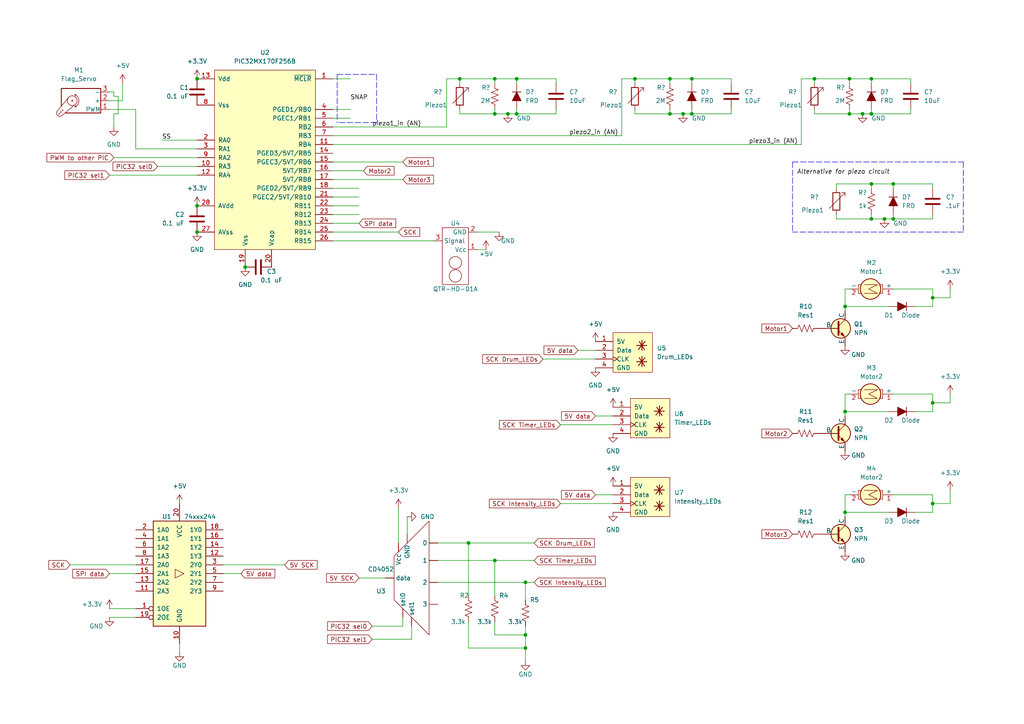
<source format=kicad_sch>
(kicad_sch (version 20211123) (generator eeschema)
  (paper "A4")
  (lib_symbols
    (symbol "ME218_BaseLib:74xxx244" (pin_names (offset 1.016))
      (property "Reference" "U" (at -7.62 16.51 0))
      (property "Value" "74xxx244" (at -7.62 -16.51 0))
      (symbol "74xxx244_1_0"
        (polyline (pts (xy 1.27 0) (xy -1.27 1.27) (xy -1.27 -1.27) (xy 1.27 0)) (stroke (width 0.1524)))
        (pin input inverted (at -12.7 -10.16 0) (length 5.08) (name "1OE") (number "1"))
        (pin power_in line (at 0 -20.32 90) (length 5.08) (name "GND") (number "10"))
        (pin input line (at -12.7 -5.08 0) (length 5.08) (name "2A3") (number "11"))
        (pin output line (at 12.7 5.08 180) (length 5.08) (name "1Y3") (number "12"))
        (pin input line (at -12.7 -2.54 0) (length 5.08) (name "2A2") (number "13"))
        (pin output line (at 12.7 7.62 180) (length 5.08) (name "1Y2") (number "14"))
        (pin input line (at -12.7 0 0) (length 5.08) (name "2A1") (number "15"))
        (pin output line (at 12.7 10.16 180) (length 5.08) (name "1Y1") (number "16"))
        (pin input line (at -12.7 2.54 0) (length 5.08) (name "2A0") (number "17"))
        (pin output line (at 12.7 12.7 180) (length 5.08) (name "1Y0") (number "18"))
        (pin input inverted (at -12.7 -12.7 0) (length 5.08) (name "2OE") (number "19"))
        (pin input line (at -12.7 12.7 0) (length 5.08) (name "1A0") (number "2"))
        (pin power_in line (at 0 20.32 270) (length 5.08) (name "VCC") (number "20"))
        (pin output line (at 12.7 2.54 180) (length 5.08) (name "2Y0") (number "3"))
        (pin input line (at -12.7 10.16 0) (length 5.08) (name "1A1") (number "4"))
        (pin output line (at 12.7 0 180) (length 5.08) (name "2Y1") (number "5"))
        (pin input line (at -12.7 7.62 0) (length 5.08) (name "1A2") (number "6"))
        (pin output line (at 12.7 -2.54 180) (length 5.08) (name "2Y2") (number "7"))
        (pin input line (at -12.7 5.08 0) (length 5.08) (name "1A3") (number "8"))
        (pin output line (at 12.7 -5.08 180) (length 5.08) (name "2Y3") (number "9"))
      )
      (symbol "74xxx244_1_1"
        (rectangle (start -7.62 15.24) (end 7.62 -15.24) (stroke (width 0.254)) (fill (type background)))
      )
    )
    (symbol "ME218_BaseLib:Cap" (pin_numbers hide) (pin_names (offset 0.254))
      (property "Reference" "C" (at 0.635 2.54 0))
      (property "Value" "Cap" (at 0.635 -2.54 0))
      (symbol "Cap_0_1"
        (polyline (pts (xy -2.032 -0.762) (xy 2.032 -0.762)) (stroke (width 0.508)))
        (polyline (pts (xy -2.032 0.762) (xy 2.032 0.762)) (stroke (width 0.508)))
      )
      (symbol "Cap_1_1"
        (pin passive line (at 0 3.81 270) (length 2.794) (name "~") (number "1"))
        (pin passive line (at 0 -3.81 90) (length 2.794) (name "~") (number "2"))
      )
    )
    (symbol "ME218_BaseLib:Diode" (pin_numbers hide) (pin_names (offset 1.016) hide)
      (property "Reference" "D" (at 0 2.54 0))
      (property "Value" "Diode" (at 0 -2.54 0))
      (symbol "Diode_0_1"
        (polyline (pts (xy -1.27 1.27) (xy -1.27 -1.27)) (stroke (width 0.2032)))
        (polyline (pts (xy 1.27 0) (xy -1.27 0)))
        (polyline (pts (xy 1.27 1.27) (xy 1.27 -1.27) (xy -1.27 0) (xy 1.27 1.27)) (stroke (width 0.2032)) (fill (type outline)))
      )
      (symbol "Diode_1_1"
        (pin passive line (at -3.81 0 0) (length 2.54) (name "K") (number "1"))
        (pin passive line (at 3.81 0 180) (length 2.54) (name "A") (number "2"))
      )
    )
    (symbol "ME218_BaseLib:Dot_Star" (pin_names (offset 1.016))
      (property "Reference" "U" (at 1.143 6.096 0))
      (property "Value" "Dot_Star" (at 0.762 -9.017 0))
      (symbol "Dot_Star_0_1"
        (rectangle (start -3.81 5.08) (end 7.62 -6.35) (fill (type background)))
        (polyline (pts (xy 3.048 1.397) (xy 5.969 1.397)) (stroke (width 0.254)))
        (polyline (pts (xy 3.556 0.254) (xy 5.461 2.54)) (stroke (width 0.254)))
        (polyline (pts (xy 3.81 2.54) (xy 5.334 0.127)) (stroke (width 0.254)))
        (polyline (pts (xy 4.572 2.921) (xy 4.572 0) (xy 4.572 0.127)) (stroke (width 0.254)))
      )
      (symbol "Dot_Star_1_1"
        (polyline (pts (xy 3.048 -3.302) (xy 5.969 -3.302)) (stroke (width 0.254)))
        (polyline (pts (xy 3.556 -4.445) (xy 5.461 -2.159)) (stroke (width 0.254)))
        (polyline (pts (xy 3.81 -2.159) (xy 5.334 -4.572)) (stroke (width 0.254)))
        (polyline (pts (xy 4.572 -1.778) (xy 4.572 -4.699) (xy 4.572 -4.572)) (stroke (width 0.254)))
        (pin power_in line (at -8.89 2.54 0) (length 5.08) (name "5V") (number "1"))
        (pin input line (at -8.89 0 0) (length 5.08) (name "Data") (number "2"))
        (pin input clock (at -8.89 -2.54 0) (length 5.08) (name "CLK") (number "3"))
        (pin power_in line (at -8.89 -5.08 0) (length 5.08) (name "GND") (number "4"))
      )
    )
    (symbol "ME218_BaseLib:Motor" (pin_names (offset 0))
      (property "Reference" "M" (at 2.54 2.54 0))
      (property "Value" "Motor" (at 2.54 -5.08 0))
      (symbol "Motor_0_0"
        (circle (center 0 -1.524) (radius 2.9718) (stroke (width 0.254)) (fill (type background)))
        (polyline (pts (xy -1.27 -4.318) (xy -1.27 -5.08) (xy 1.27 -5.08) (xy 1.27 -4.318)) (fill (type background)))
        (polyline (pts (xy -1.27 1.27) (xy -1.27 2.032) (xy 1.27 2.032) (xy 1.27 1.27)) (fill (type background)))
        (polyline (pts (xy -1.27 -3.302) (xy -1.27 0.508) (xy 0 -2.032) (xy 1.27 0.508) (xy 1.27 -3.302)))
      )
      (symbol "Motor_0_1"
        (polyline (pts (xy 0 2.032) (xy 0 2.54)))
      )
      (symbol "Motor_1_1"
        (pin passive line (at 0 5.08 270) (length 2.54) (name "+") (number "1"))
        (pin passive line (at 0 -7.62 90) (length 2.54) (name "-") (number "2"))
      )
    )
    (symbol "ME218_BaseLib:Motor_Servo" (pin_names (offset 0.0254))
      (property "Reference" "M" (at -5.08 4.445 0))
      (property "Value" "Motor_Servo" (at -5.08 -4.064 0))
      (symbol "Motor_Servo_0_1"
        (polyline (pts (xy 2.413 -1.778) (xy 2.032 -1.778)))
        (polyline (pts (xy 2.413 -1.778) (xy 2.286 -1.397)))
        (polyline (pts (xy 2.413 1.778) (xy 1.905 1.778)))
        (polyline (pts (xy 2.413 1.778) (xy 2.286 1.397)))
        (polyline (pts (xy 6.35 4.445) (xy 2.54 1.27)))
        (polyline (pts (xy 7.62 3.175) (xy 4.191 -1.016)))
        (polyline (pts (xy 5.08 3.556) (xy -5.08 3.556) (xy -5.08 -3.556) (xy 6.35 -3.556) (xy 6.35 1.524)) (stroke (width 0.254)))
        (arc (start 2.413 1.778) (mid 1.2406 0) (end 2.413 -1.778))
        (circle (center 3.175 0) (radius 0.1778))
        (circle (center 3.175 0) (radius 1.4224))
        (circle (center 5.969 2.794) (radius 0.127))
        (circle (center 6.477 3.302) (radius 0.127))
        (circle (center 6.985 3.81) (radius 0.127))
        (arc (start 7.62 3.175) (mid 7.4485 4.2735) (end 6.35 4.445))
      )
      (symbol "Motor_Servo_1_1"
        (pin passive line (at -7.62 2.54 0) (length 2.54) (name "PWM") (number "1"))
        (pin passive line (at -7.62 0 0) (length 2.54) (name "+") (number "2"))
        (pin passive line (at -7.62 -2.54 0) (length 2.54) (name "-") (number "3"))
      )
    )
    (symbol "ME218_BaseLib:NPN" (pin_numbers hide) (pin_names (offset 0))
      (property "Reference" "Q" (at 5.08 1.27 0))
      (property "Value" "NPN" (at 5.08 -1.27 0))
      (symbol "NPN_0_1"
        (polyline (pts (xy 0.635 0.635) (xy 2.54 2.54)))
        (polyline (pts (xy 0.635 -0.635) (xy 2.54 -2.54) (xy 2.54 -2.54)))
        (polyline (pts (xy 0.635 1.905) (xy 0.635 -1.905) (xy 0.635 -1.905)) (stroke (width 0.508)))
        (polyline (pts (xy 1.27 -1.778) (xy 1.778 -1.27) (xy 2.286 -2.286) (xy 1.27 -1.778) (xy 1.27 -1.778)) (fill (type outline)))
        (circle (center 1.27 0) (radius 2.8194) (stroke (width 0.254)) (fill (type background)))
      )
      (symbol "NPN_1_1"
        (pin input line (at -5.08 0 0) (length 5.715) (name "B") (number "1"))
        (pin passive line (at 2.54 5.08 270) (length 2.54) (name "C") (number "2"))
        (pin passive line (at 2.54 -5.08 90) (length 2.54) (name "E") (number "3"))
      )
    )
    (symbol "ME218_BaseLib:PIC32MX170F256B" (pin_names (offset 1.016))
      (property "Reference" "U" (at -20.32 25.4 0))
      (property "Value" "PIC32MX170F256B" (at -7.62 25.4 0))
      (symbol "PIC32MX170F256B_0_1"
        (rectangle (start -21.59 24.13) (end 7.62 -27.94) (fill (type background)))
      )
      (symbol "PIC32MX170F256B_1_1"
        (pin input line (at 12.7 21.59 180) (length 5.08) (name "~{MCLR}") (number "1"))
        (pin bidirectional line (at -26.67 -3.81 0) (length 5.08) (name "RA3") (number "10"))
        (pin bidirectional line (at 12.7 2.54 180) (length 5.08) (name "RB4") (number "11"))
        (pin bidirectional line (at -26.67 -6.35 0) (length 5.08) (name "RA4") (number "12"))
        (pin power_in line (at -26.67 21.59 0) (length 5.08) (name "Vdd") (number "13"))
        (pin bidirectional line (at 12.7 0 180) (length 5.08) (name "PGED3/5VT/RB5") (number "14"))
        (pin bidirectional line (at 12.7 -2.54 180) (length 5.08) (name "PGEC3/5VT/RB6") (number "15"))
        (pin bidirectional line (at 12.7 -5.08 180) (length 5.08) (name "5VT/RB7") (number "16"))
        (pin bidirectional line (at 12.7 -7.62 180) (length 5.08) (name "5VT/RB8") (number "17"))
        (pin bidirectional line (at 12.7 -10.16 180) (length 5.08) (name "PGED2/5VT/RB9") (number "18"))
        (pin power_in line (at -12.7 -33.02 90) (length 5.08) (name "Vss") (number "19"))
        (pin bidirectional line (at -26.67 3.81 0) (length 5.08) (name "RA0") (number "2"))
        (pin input line (at -5.08 -33.02 90) (length 5.08) (name "Vcap") (number "20"))
        (pin bidirectional line (at 12.7 -12.7 180) (length 5.08) (name "PGEC2/5VT/RB10") (number "21"))
        (pin bidirectional line (at 12.7 -15.24 180) (length 5.08) (name "RB11") (number "22"))
        (pin bidirectional line (at 12.7 -17.78 180) (length 5.08) (name "RB12") (number "23"))
        (pin bidirectional line (at 12.7 -20.32 180) (length 5.08) (name "RB13") (number "24"))
        (pin bidirectional line (at 12.7 -22.86 180) (length 5.08) (name "RB14") (number "25"))
        (pin bidirectional line (at 12.7 -25.4 180) (length 5.08) (name "RB15") (number "26"))
        (pin power_in line (at -26.67 -22.86 0) (length 5.08) (name "AVss") (number "27"))
        (pin power_in line (at -26.67 -15.24 0) (length 5.08) (name "AVdd") (number "28"))
        (pin bidirectional line (at -26.67 1.27 0) (length 5.08) (name "RA1") (number "3"))
        (pin bidirectional line (at 12.7 12.7 180) (length 5.08) (name "PGED1/RB0") (number "4"))
        (pin bidirectional line (at 12.7 10.16 180) (length 5.08) (name "PGEC1/RB1") (number "5"))
        (pin bidirectional line (at 12.7 7.62 180) (length 5.08) (name "RB2") (number "6"))
        (pin bidirectional line (at 12.7 5.08 180) (length 5.08) (name "RB3") (number "7"))
        (pin power_in line (at -26.67 13.97 0) (length 5.08) (name "Vss") (number "8"))
        (pin bidirectional line (at -26.67 -1.27 0) (length 5.08) (name "RA2") (number "9"))
      )
    )
    (symbol "ME218_BaseLib:Res1" (pin_numbers hide) (pin_names (offset 0))
      (property "Reference" "R" (at 2.54 0 90))
      (property "Value" "Res1" (at -2.54 0 90))
      (symbol "Res1_0_1"
        (polyline (pts (xy 0 -2.286) (xy 0 -2.54)))
        (polyline (pts (xy 0 2.286) (xy 0 2.54)))
        (polyline (pts (xy 0 -0.762) (xy 1.016 -1.143) (xy 0 -1.524) (xy -1.016 -1.905) (xy 0 -2.286)))
        (polyline (pts (xy 0 0.762) (xy 1.016 0.381) (xy 0 0) (xy -1.016 -0.381) (xy 0 -0.762)))
        (polyline (pts (xy 0 2.286) (xy 1.016 1.905) (xy 0 1.524) (xy -1.016 1.143) (xy 0 0.762)))
      )
      (symbol "Res1_1_1"
        (pin passive line (at 0 3.81 270) (length 1.27) (name "~") (number "1"))
        (pin passive line (at 0 -3.81 90) (length 1.27) (name "~") (number "2"))
      )
    )
    (symbol "ME218_BaseLib:Res_Adj2" (pin_numbers hide) (pin_names (offset 0))
      (property "Reference" "R" (at 2.54 -2.54 90))
      (property "Value" "Res_Adj2" (at -2.54 -1.27 90))
      (symbol "Res_Adj2_0_1"
        (rectangle (start -1.016 -2.54) (end 1.016 2.54) (stroke (width 0.254)))
        (polyline (pts (xy 2.54 1.524) (xy 2.54 2.54) (xy 1.524 2.54) (xy 2.54 2.54) (xy -2.032 -2.032)))
      )
      (symbol "Res_Adj2_1_1"
        (pin passive line (at 0 3.81 270) (length 1.27) (name "~") (number "1"))
        (pin passive line (at 0 -3.81 90) (length 1.27) (name "~") (number "2"))
      )
    )
    (symbol "Project_Lib:4-1_MUX"
      (property "Reference" "U?" (at 6.35 -15.24 0))
      (property "Value" "CD4052" (at 8.89 -11.43 0))
      (symbol "4-1_MUX_0_1"
        (polyline (pts (xy -6.35 6.35) (xy -6.35 -6.35) (xy 3.81 -16.51) (xy 3.81 16.51) (xy -6.35 6.35) (xy -6.35 3.81) (xy -6.35 -3.81)))
      )
      (symbol "4-1_MUX_1_1"
        (pin output line (at 6.35 10.16 180) (length 2.54) (name "0") (number ""))
        (pin output line (at 6.35 5.08 180) (length 2.54) (name "1") (number ""))
        (pin output line (at 6.35 -1.27 180) (length 2.54) (name "2") (number ""))
        (pin output line (at 6.35 -7.62 180) (length 2.54) (name "3") (number ""))
        (pin input line (at -2.54 12.7 270) (length 2.54) (name "GND") (number ""))
        (pin input line (at -5.08 10.16 270) (length 2.54) (name "Vcc") (number ""))
        (pin input line (at -8.89 0 0) (length 2.54) (name "data") (number ""))
        (pin input line (at -3.81 -11.43 90) (length 2.54) (name "sel0") (number ""))
        (pin input line (at -1.27 -13.97 90) (length 2.54) (name "sel1") (number ""))
      )
    )
    (symbol "Project_Lib:QTR-HD-01A"
      (property "Reference" "U?" (at -17.78 26.67 0))
      (property "Value" "QTR-HD-01A" (at -17.78 7.62 0))
      (symbol "QTR-HD-01A_0_1"
        (rectangle (start -3.81 8.89) (end 3.81 -7.62))
        (circle (center 0 2.54) (radius 1.7961))
        (circle (center 0 6.35) (radius 1.7961))
      )
      (symbol "QTR-HD-01A_1_1"
        (pin input line (at -6.35 -1.27 0) (length 2.54) (name "Vcc") (number "1"))
        (pin input line (at -6.35 -6.35 0) (length 2.54) (name "GND") (number "2"))
        (pin output line (at 6.35 -3.81 180) (length 2.54) (name "Signal") (number "3"))
      )
    )
    (symbol "power:+3.3V" (power) (pin_names (offset 0))
      (property "Value" "+3.3V" (at 0 3.556 0))
      (symbol "+3.3V_0_1"
        (polyline (pts (xy -0.762 1.27) (xy 0 2.54)))
        (polyline (pts (xy 0 0) (xy 0 2.54)))
        (polyline (pts (xy 0 2.54) (xy 0.762 1.27)))
      )
      (symbol "+3.3V_1_1"
        (pin power_in line (at 0 0 90) (length 0) hide (name "+3.3V") (number "1"))
      )
    )
    (symbol "power:+5V" (power) (pin_names (offset 0))
      (property "Value" "+5V" (at 0 3.556 0))
      (symbol "+5V_0_1"
        (polyline (pts (xy -0.762 1.27) (xy 0 2.54)))
        (polyline (pts (xy 0 0) (xy 0 2.54)))
        (polyline (pts (xy 0 2.54) (xy 0.762 1.27)))
      )
      (symbol "+5V_1_1"
        (pin power_in line (at 0 0 90) (length 0) hide (name "+5V") (number "1"))
      )
    )
    (symbol "power:GND" (power) (pin_names (offset 0))
      (property "Value" "GND" (at 0 -3.81 0))
      (symbol "GND_0_1"
        (polyline (pts (xy 0 0) (xy 0 -1.27) (xy 1.27 -1.27) (xy 0 -2.54) (xy -1.27 -1.27) (xy 0 -1.27)))
      )
      (symbol "GND_1_1"
        (pin power_in line (at 0 0 270) (length 0) hide (name "GND") (number "1"))
      )
    )
  )
  (junction (at 198.12 33.02))
  (junction (at 57.15 22.86))
  (junction (at 184.15 22.86))
  (junction (at 149.86 33.02))
  (junction (at 71.12 77.47))
  (junction (at 245.11 119.38))
  (junction (at 149.86 22.86))
  (junction (at 152.4 184.15))
  (junction (at 194.31 22.86))
  (junction (at 246.38 22.86))
  (junction (at 135.89 157.48))
  (junction (at 270.51 86.36))
  (junction (at 270.51 116.84))
  (junction (at 57.15 59.69))
  (junction (at 236.22 22.86))
  (junction (at 200.66 22.86))
  (junction (at 143.51 22.86))
  (junction (at 152.4 168.91))
  (junction (at 133.35 22.86))
  (junction (at 143.51 33.02))
  (junction (at 252.73 53.34))
  (junction (at 147.32 33.02))
  (junction (at 143.51 162.56))
  (junction (at 270.51 146.05))
  (junction (at 259.08 53.34))
  (junction (at 252.73 63.5))
  (junction (at 252.73 22.86))
  (junction (at 57.15 67.31))
  (junction (at 250.19 33.02))
  (junction (at 194.31 33.02))
  (junction (at 256.54 63.5))
  (junction (at 245.11 88.9))
  (junction (at 259.08 63.5))
  (junction (at 152.4 187.96))
  (junction (at 245.11 148.59))
  (junction (at 246.38 33.02))
  (junction (at 252.73 33.02))
  (junction (at 200.66 33.02))
  (wire (pts (xy 232.41 22.86) (xy 236.22 22.86)))
  (polyline (pts (xy 97.79 21.59) (xy 97.79 35.56)))
  (polyline (pts (xy 97.79 21.59) (xy 109.22 21.59)))
  (wire (pts (xy 270.51 146.05) (xy 275.59 146.05)))
  (wire (pts (xy 33.02 27.94) (xy 34.29 27.94)))
  (wire (pts (xy 96.52 52.07) (xy 116.84 52.07)))
  (wire (pts (xy 96.52 49.53) (xy 105.41 49.53)))
  (wire (pts (xy 270.51 116.84) (xy 275.59 116.84)))
  (wire (pts (xy 116.84 179.07) (xy 116.84 181.61)))
  (wire (pts (xy 270.51 114.3) (xy 270.51 116.84)))
  (wire (pts (xy 162.56 146.05) (xy 177.8 146.05)))
  (wire (pts (xy 242.57 53.34) (xy 242.57 54.61)))
  (wire (pts (xy 264.16 31.75) (xy 264.16 33.02)))
  (polyline (pts (xy 279.4 46.99) (xy 279.4 67.31)))
  (wire (pts (xy 149.86 24.13) (xy 149.86 22.86)))
  (wire (pts (xy 31.75 176.53) (xy 39.37 176.53)))
  (wire (pts (xy 143.51 162.56) (xy 154.94 162.56)))
  (wire (pts (xy 34.29 27.94) (xy 34.29 33.02)))
  (wire (pts (xy 194.31 24.13) (xy 194.31 22.86)))
  (wire (pts (xy 270.51 54.61) (xy 270.51 53.34)))
  (wire (pts (xy 45.72 48.26) (xy 57.15 48.26)))
  (wire (pts (xy 257.81 148.59) (xy 245.11 148.59)))
  (wire (pts (xy 35.56 29.21) (xy 35.56 24.13)))
  (wire (pts (xy 259.08 114.3) (xy 270.51 114.3)))
  (wire (pts (xy 270.51 116.84) (xy 270.51 119.38)))
  (wire (pts (xy 270.51 86.36) (xy 275.59 86.36)))
  (wire (pts (xy 236.22 31.75) (xy 236.22 33.02)))
  (wire (pts (xy 200.66 31.75) (xy 200.66 33.02)))
  (wire (pts (xy 52.07 186.69) (xy 52.07 189.23)))
  (wire (pts (xy 152.4 187.96) (xy 152.4 191.77)))
  (wire (pts (xy 245.11 88.9) (xy 245.11 90.17)))
  (wire (pts (xy 96.52 22.86) (xy 101.6 22.86)))
  (polyline (pts (xy 229.87 46.99) (xy 279.4 46.99)))
  (wire (pts (xy 96.52 46.99) (xy 116.84 46.99)))
  (wire (pts (xy 161.29 24.13) (xy 161.29 22.86)))
  (wire (pts (xy 180.34 22.86) (xy 180.34 39.37)))
  (wire (pts (xy 96.52 67.31) (xy 115.57 67.31)))
  (wire (pts (xy 96.52 69.85) (xy 125.73 69.85)))
  (wire (pts (xy 157.48 104.14) (xy 172.72 104.14)))
  (wire (pts (xy 104.14 167.64) (xy 111.76 167.64)))
  (wire (pts (xy 135.89 157.48) (xy 154.94 157.48)))
  (wire (pts (xy 143.51 31.75) (xy 143.51 33.02)))
  (wire (pts (xy 64.77 163.83) (xy 82.55 163.83)))
  (wire (pts (xy 129.54 22.86) (xy 133.35 22.86)))
  (wire (pts (xy 135.89 187.96) (xy 152.4 187.96)))
  (wire (pts (xy 236.22 22.86) (xy 236.22 24.13)))
  (wire (pts (xy 270.51 83.82) (xy 270.51 86.36)))
  (wire (pts (xy 39.37 31.75) (xy 39.37 43.18)))
  (wire (pts (xy 242.57 62.23) (xy 242.57 63.5)))
  (wire (pts (xy 245.11 143.51) (xy 245.11 148.59)))
  (wire (pts (xy 152.4 181.61) (xy 152.4 184.15)))
  (wire (pts (xy 31.75 179.07) (xy 39.37 179.07)))
  (polyline (pts (xy 229.87 46.99) (xy 229.87 67.31)))
  (wire (pts (xy 245.11 119.38) (xy 245.11 120.65)))
  (wire (pts (xy 257.81 119.38) (xy 245.11 119.38)))
  (wire (pts (xy 143.51 22.86) (xy 133.35 22.86)))
  (wire (pts (xy 194.31 22.86) (xy 184.15 22.86)))
  (wire (pts (xy 34.29 33.02) (xy 33.02 33.02)))
  (wire (pts (xy 31.75 29.21) (xy 35.56 29.21)))
  (wire (pts (xy 275.59 86.36) (xy 275.59 83.82)))
  (wire (pts (xy 161.29 22.86) (xy 149.86 22.86)))
  (wire (pts (xy 96.52 34.29) (xy 101.6 34.29)))
  (wire (pts (xy 270.51 53.34) (xy 259.08 53.34)))
  (wire (pts (xy 232.41 22.86) (xy 232.41 41.91)))
  (wire (pts (xy 167.64 101.6) (xy 172.72 101.6)))
  (wire (pts (xy 31.75 26.67) (xy 33.02 26.67)))
  (wire (pts (xy 138.43 67.31) (xy 144.78 67.31)))
  (wire (pts (xy 133.35 31.75) (xy 133.35 33.02)))
  (wire (pts (xy 270.51 143.51) (xy 270.51 146.05)))
  (wire (pts (xy 143.51 22.86) (xy 149.86 22.86)))
  (wire (pts (xy 31.75 166.37) (xy 39.37 166.37)))
  (wire (pts (xy 212.09 22.86) (xy 200.66 22.86)))
  (wire (pts (xy 162.56 123.19) (xy 177.8 123.19)))
  (wire (pts (xy 259.08 143.51) (xy 270.51 143.51)))
  (wire (pts (xy 127 162.56) (xy 143.51 162.56)))
  (wire (pts (xy 252.73 63.5) (xy 242.57 63.5)))
  (wire (pts (xy 115.57 147.32) (xy 115.57 157.48)))
  (wire (pts (xy 33.02 26.67) (xy 33.02 27.94)))
  (wire (pts (xy 161.29 31.75) (xy 161.29 33.02)))
  (wire (pts (xy 33.02 45.72) (xy 57.15 45.72)))
  (wire (pts (xy 184.15 31.75) (xy 184.15 33.02)))
  (wire (pts (xy 212.09 31.75) (xy 212.09 33.02)))
  (wire (pts (xy 96.52 41.91) (xy 232.41 41.91)))
  (wire (pts (xy 246.38 24.13) (xy 246.38 22.86)))
  (wire (pts (xy 135.89 157.48) (xy 135.89 172.72)))
  (wire (pts (xy 246.38 22.86) (xy 252.73 22.86)))
  (wire (pts (xy 143.51 180.34) (xy 143.51 184.15)))
  (wire (pts (xy 143.51 33.02) (xy 133.35 33.02)))
  (wire (pts (xy 96.52 64.77) (xy 104.14 64.77)))
  (wire (pts (xy 33.02 33.02) (xy 33.02 36.83)))
  (wire (pts (xy 246.38 31.75) (xy 246.38 33.02)))
  (wire (pts (xy 250.19 33.02) (xy 252.73 33.02)))
  (wire (pts (xy 39.37 43.18) (xy 57.15 43.18)))
  (wire (pts (xy 252.73 24.13) (xy 252.73 22.86)))
  (wire (pts (xy 194.31 31.75) (xy 194.31 33.02)))
  (wire (pts (xy 246.38 83.82) (xy 245.11 83.82)))
  (wire (pts (xy 245.11 148.59) (xy 245.11 149.86)))
  (wire (pts (xy 64.77 166.37) (xy 69.85 166.37)))
  (wire (pts (xy 194.31 22.86) (xy 200.66 22.86)))
  (polyline (pts (xy 109.22 21.59) (xy 109.22 35.56)))
  (wire (pts (xy 200.66 24.13) (xy 200.66 22.86)))
  (wire (pts (xy 138.43 72.39) (xy 140.97 72.39)))
  (wire (pts (xy 252.73 54.61) (xy 252.73 53.34)))
  (wire (pts (xy 194.31 33.02) (xy 184.15 33.02)))
  (wire (pts (xy 259.08 83.82) (xy 270.51 83.82)))
  (wire (pts (xy 180.34 22.86) (xy 184.15 22.86)))
  (polyline (pts (xy 279.4 67.31) (xy 229.87 67.31)))
  (wire (pts (xy 275.59 142.24) (xy 275.59 146.05)))
  (wire (pts (xy 252.73 33.02) (xy 264.16 33.02)))
  (wire (pts (xy 127 157.48) (xy 135.89 157.48)))
  (wire (pts (xy 96.52 54.61) (xy 104.14 54.61)))
  (wire (pts (xy 96.52 39.37) (xy 180.34 39.37)))
  (wire (pts (xy 246.38 143.51) (xy 245.11 143.51)))
  (wire (pts (xy 31.75 50.8) (xy 57.15 50.8)))
  (wire (pts (xy 275.59 116.84) (xy 275.59 114.3)))
  (wire (pts (xy 270.51 88.9) (xy 265.43 88.9)))
  (wire (pts (xy 96.52 36.83) (xy 129.54 36.83)))
  (wire (pts (xy 194.31 33.02) (xy 198.12 33.02)))
  (wire (pts (xy 46.99 40.64) (xy 57.15 40.64)))
  (wire (pts (xy 252.73 53.34) (xy 242.57 53.34)))
  (wire (pts (xy 270.51 146.05) (xy 270.51 148.59)))
  (wire (pts (xy 270.51 119.38) (xy 265.43 119.38)))
  (wire (pts (xy 212.09 24.13) (xy 212.09 22.86)))
  (wire (pts (xy 259.08 62.23) (xy 259.08 63.5)))
  (wire (pts (xy 149.86 31.75) (xy 149.86 33.02)))
  (wire (pts (xy 96.52 57.15) (xy 104.14 57.15)))
  (wire (pts (xy 96.52 62.23) (xy 104.14 62.23)))
  (wire (pts (xy 172.72 143.51) (xy 177.8 143.51)))
  (wire (pts (xy 129.54 36.83) (xy 129.54 22.86)))
  (wire (pts (xy 135.89 180.34) (xy 135.89 187.96)))
  (wire (pts (xy 118.11 149.86) (xy 118.11 154.94)))
  (wire (pts (xy 270.51 86.36) (xy 270.51 88.9)))
  (wire (pts (xy 127 168.91) (xy 152.4 168.91)))
  (wire (pts (xy 20.32 163.83) (xy 39.37 163.83)))
  (wire (pts (xy 149.86 33.02) (xy 161.29 33.02)))
  (wire (pts (xy 152.4 184.15) (xy 152.4 187.96)))
  (wire (pts (xy 119.38 181.61) (xy 119.38 185.42)))
  (wire (pts (xy 259.08 54.61) (xy 259.08 53.34)))
  (wire (pts (xy 172.72 120.65) (xy 177.8 120.65)))
  (wire (pts (xy 133.35 22.86) (xy 133.35 24.13)))
  (wire (pts (xy 198.12 33.02) (xy 200.66 33.02)))
  (wire (pts (xy 264.16 22.86) (xy 252.73 22.86)))
  (wire (pts (xy 143.51 184.15) (xy 152.4 184.15)))
  (wire (pts (xy 147.32 33.02) (xy 149.86 33.02)))
  (wire (pts (xy 270.51 148.59) (xy 265.43 148.59)))
  (wire (pts (xy 259.08 63.5) (xy 270.51 63.5)))
  (wire (pts (xy 257.81 88.9) (xy 245.11 88.9)))
  (wire (pts (xy 184.15 22.86) (xy 184.15 24.13)))
  (wire (pts (xy 246.38 33.02) (xy 250.19 33.02)))
  (wire (pts (xy 96.52 59.69) (xy 104.14 59.69)))
  (wire (pts (xy 245.11 114.3) (xy 245.11 119.38)))
  (wire (pts (xy 143.51 33.02) (xy 147.32 33.02)))
  (wire (pts (xy 143.51 24.13) (xy 143.51 22.86)))
  (wire (pts (xy 200.66 33.02) (xy 212.09 33.02)))
  (wire (pts (xy 152.4 168.91) (xy 152.4 173.99)))
  (wire (pts (xy 270.51 62.23) (xy 270.51 63.5)))
  (wire (pts (xy 256.54 63.5) (xy 259.08 63.5)))
  (polyline (pts (xy 109.22 35.56) (xy 97.79 35.56)))
  (wire (pts (xy 143.51 162.56) (xy 143.51 172.72)))
  (wire (pts (xy 246.38 114.3) (xy 245.11 114.3)))
  (wire (pts (xy 116.84 181.61) (xy 107.95 181.61)))
  (wire (pts (xy 252.73 62.23) (xy 252.73 63.5)))
  (wire (pts (xy 152.4 168.91) (xy 154.94 168.91)))
  (wire (pts (xy 245.11 83.82) (xy 245.11 88.9)))
  (wire (pts (xy 264.16 24.13) (xy 264.16 22.86)))
  (wire (pts (xy 96.52 31.75) (xy 101.6 31.75)))
  (wire (pts (xy 252.73 63.5) (xy 256.54 63.5)))
  (wire (pts (xy 119.38 185.42) (xy 107.95 185.42)))
  (wire (pts (xy 252.73 31.75) (xy 252.73 33.02)))
  (wire (pts (xy 246.38 22.86) (xy 236.22 22.86)))
  (wire (pts (xy 31.75 31.75) (xy 39.37 31.75)))
  (wire (pts (xy 246.38 33.02) (xy 236.22 33.02)))
  (wire (pts (xy 252.73 53.34) (xy 259.08 53.34)))
  (label "SNAP" (at 101.6 29.21 0))
  (label "piezo3_in (AN)" (at 217.17 41.91 0))
  (label "piezo2_in (AN)" (at 165.1 39.37 0))
  (label "SS" (at 46.99 40.64 0))
  (label "Alternative for piezo circuit" (at 231.14 50.8 0) (effects (font italic)))
  (label "piezo1_in (AN)" (at 107.95 36.83 0))
  (global_label "Motor3" (shape input) (at 229.87 154.94 180) (property "Intersheet References" "${INTERSHEET_REFS}" (effects hide)))
  (global_label "PWM to other PIC" (shape input) (at 33.02 45.72 180) (property "Intersheet References" "${INTERSHEET_REFS}" (effects hide)))
  (global_label "Motor1" (shape input) (at 229.87 95.25 180) (property "Intersheet References" "${INTERSHEET_REFS}" (effects hide)))
  (global_label "Motor3" (shape input) (at 116.84 52.07 0) (property "Intersheet References" "${INTERSHEET_REFS}" (effects hide)))
  (global_label "Motor2" (shape input) (at 229.87 125.73 180) (property "Intersheet References" "${INTERSHEET_REFS}" (effects hide)))
  (global_label "5V data" (shape input) (at 172.72 143.51 180) (property "Intersheet References" "${INTERSHEET_REFS}" (effects hide)))
  (global_label "PIC32 sel0" (shape input) (at 45.72 48.26 180) (property "Intersheet References" "${INTERSHEET_REFS}" (effects hide)))
  (global_label "5V data" (shape input) (at 167.64 101.6 180) (property "Intersheet References" "${INTERSHEET_REFS}" (effects hide)))
  (global_label "5V SCK" (shape input) (at 82.55 163.83 0) (property "Intersheet References" "${INTERSHEET_REFS}" (effects hide)))
  (global_label "5V SCK" (shape input) (at 104.14 167.64 180) (property "Intersheet References" "${INTERSHEET_REFS}" (effects hide)))
  (global_label "SCK Drum_LEDs" (shape input) (at 154.94 157.48 0) (property "Intersheet References" "${INTERSHEET_REFS}" (effects hide)))
  (global_label "5V data" (shape input) (at 172.72 120.65 180) (property "Intersheet References" "${INTERSHEET_REFS}" (effects hide)))
  (global_label "SPI data" (shape input) (at 31.75 166.37 180) (property "Intersheet References" "${INTERSHEET_REFS}" (effects hide)))
  (global_label "SCK Intensity_LEDs" (shape input) (at 162.56 146.05 180) (property "Intersheet References" "${INTERSHEET_REFS}" (effects hide)))
  (global_label "SCK Timer_LEDs" (shape input) (at 162.56 123.19 180) (property "Intersheet References" "${INTERSHEET_REFS}" (effects hide)))
  (global_label "PIC32 sel0" (shape input) (at 107.95 181.61 180) (property "Intersheet References" "${INTERSHEET_REFS}" (effects hide)))
  (global_label "SCK" (shape input) (at 115.57 67.31 0) (property "Intersheet References" "${INTERSHEET_REFS}" (effects hide)))
  (global_label "PIC32 sel1" (shape input) (at 31.75 50.8 180) (property "Intersheet References" "${INTERSHEET_REFS}" (effects hide)))
  (global_label "5V data" (shape input) (at 69.85 166.37 0) (property "Intersheet References" "${INTERSHEET_REFS}" (effects hide)))
  (global_label "Motor1" (shape input) (at 116.84 46.99 0) (property "Intersheet References" "${INTERSHEET_REFS}" (effects hide)))
  (global_label "SCK Drum_LEDs" (shape input) (at 157.48 104.14 180) (property "Intersheet References" "${INTERSHEET_REFS}" (effects hide)))
  (global_label "SCK Intensity_LEDs" (shape input) (at 154.94 168.91 0) (property "Intersheet References" "${INTERSHEET_REFS}" (effects hide)))
  (global_label "Motor2" (shape input) (at 105.41 49.53 0) (property "Intersheet References" "${INTERSHEET_REFS}" (effects hide)))
  (global_label "SCK" (shape input) (at 20.32 163.83 180) (property "Intersheet References" "${INTERSHEET_REFS}" (effects hide)))
  (global_label "SPI data" (shape input) (at 104.14 64.77 0) (property "Intersheet References" "${INTERSHEET_REFS}" (effects hide)))
  (global_label "SCK Timer_LEDs" (shape input) (at 154.94 162.56 0) (property "Intersheet References" "${INTERSHEET_REFS}" (effects hide)))
  (global_label "PIC32 sel1" (shape input) (at 107.95 185.42 180) (property "Intersheet References" "${INTERSHEET_REFS}" (effects hide)))
  (symbol (lib_id "ME218_BaseLib:Res_Adj2") (at 242.57 58.42 0) (unit 1)
    (property "Reference" "R?" (at 234.95 57.15 0) (effects (justify left)))
    (property "Value" "Piezo1" (at 232.41 60.96 0) (effects (justify left)))
  )
  (symbol (lib_id "ME218_BaseLib:Cap") (at 270.51 58.42 0) (unit 1)
    (property "Reference" "C?" (at 274.32 57.1499 0) (effects (justify left)))
    (property "Value" ".1uF" (at 274.32 59.6899 0) (effects (justify left)))
  )
  (symbol (lib_id "ME218_BaseLib:Res1") (at 135.89 176.53 0) (unit 1)
    (property "Reference" "R2" (at 133.35 172.72 0) (effects (justify left)))
    (property "Value" "3.3k" (at 130.81 180.34 0) (effects (justify left)))
  )
  (symbol (lib_id "ME218_BaseLib:Diode") (at 261.62 148.59 180) (unit 1)
    (property "Reference" "D3" (at 257.81 151.13 0))
    (property "Value" "Diode" (at 264.16 151.13 0))
  )
  (symbol (lib_id "ME218_BaseLib:Res_Adj2") (at 133.35 27.94 0) (unit 1)
    (property "Reference" "R?" (at 125.73 26.67 0) (effects (justify left)))
    (property "Value" "Piezo1" (at 123.19 30.48 0) (effects (justify left)))
  )
  (symbol (lib_id "power:GND") (at 31.75 179.07 0) (unit 1)
    (property "Reference" "#PWR02" (effects hide))
    (property "Value" "GND" (at 27.94 181.61 0))
  )
  (symbol (lib_id "ME218_BaseLib:Cap") (at 161.29 27.94 0) (unit 1)
    (property "Reference" "C?" (at 165.1 26.6699 0) (effects (justify left)))
    (property "Value" "10uF" (at 165.1 29.2099 0) (effects (justify left)))
  )
  (symbol (lib_id "ME218_BaseLib:Diode") (at 259.08 58.42 270) (unit 1)
    (property "Reference" "D?" (at 261.62 57.1499 90) (effects (justify left)))
    (property "Value" "FRD" (at 261.62 59.6899 90) (effects (justify left)))
  )
  (symbol (lib_id "ME218_BaseLib:Diode") (at 149.86 27.94 270) (unit 1)
    (property "Reference" "D?" (at 152.4 26.6699 90) (effects (justify left)))
    (property "Value" "FRD" (at 152.4 29.2099 90) (effects (justify left)))
  )
  (symbol (lib_id "ME218_BaseLib:Diode") (at 200.66 27.94 270) (unit 1)
    (property "Reference" "D?" (at 203.2 26.6699 90) (effects (justify left)))
    (property "Value" "FRD" (at 203.2 29.2099 90) (effects (justify left)))
  )
  (symbol (lib_id "ME218_BaseLib:Dot_Star") (at 181.61 101.6 0) (unit 1)
    (property "Reference" "U5" (at 190.5 100.9649 0) (effects (justify left)))
    (property "Value" "Drum_LEDs" (at 190.5 103.5049 0) (effects (justify left)))
  )
  (symbol (lib_id "power:+5V") (at 177.8 118.11 0) (unit 1)
    (property "Reference" "#PWR019" (effects hide))
    (property "Value" "+5V" (at 177.8 113.03 0))
  )
  (symbol (lib_id "ME218_BaseLib:Motor") (at 254 83.82 270) (unit 1)
    (property "Reference" "M2" (at 252.73 76.2 90))
    (property "Value" "Motor1" (at 252.73 78.74 90))
  )
  (symbol (lib_id "power:+5V") (at 177.8 140.97 0) (unit 1)
    (property "Reference" "#PWR021" (effects hide))
    (property "Value" "+5V" (at 177.8 135.89 0))
  )
  (symbol (lib_id "power:GND") (at 152.4 191.77 0) (unit 1)
    (property "Reference" "#PWR014" (effects hide))
    (property "Value" "GND" (at 152.4 195.58 0))
  )
  (symbol (lib_id "ME218_BaseLib:Cap") (at 74.93 77.47 90) (unit 1)
    (property "Reference" "C3" (at 78.74 78.74 90))
    (property "Value" "0.1 uF" (at 78.74 81.28 90))
  )
  (symbol (lib_id "ME218_BaseLib:Dot_Star") (at 186.69 120.65 0) (unit 1)
    (property "Reference" "U6" (at 195.58 120.0149 0) (effects (justify left)))
    (property "Value" "Timer_LEDs" (at 195.58 122.5549 0) (effects (justify left)))
  )
  (symbol (lib_id "power:+3.3V") (at 57.15 59.69 0) (unit 1)
    (property "Reference" "#PWR08" (effects hide))
    (property "Value" "+3.3V" (at 57.15 54.61 0))
  )
  (symbol (lib_id "power:GND") (at 250.19 33.02 0) (unit 1)
    (property "Reference" "#PWR?" (effects hide))
    (property "Value" "GND" (at 252.73 34.2899 0) (effects (justify left)))
  )
  (symbol (lib_id "ME218_BaseLib:Res1") (at 143.51 176.53 0) (unit 1)
    (property "Reference" "R4" (at 144.78 172.72 0) (effects (justify left)))
    (property "Value" "3.3k" (at 138.43 180.34 0) (effects (justify left)))
  )
  (symbol (lib_id "power:+3.3V") (at 275.59 83.82 0) (unit 1)
    (property "Reference" "#PWR028" (effects hide))
    (property "Value" "+3.3V" (at 275.59 78.74 0))
  )
  (symbol (lib_id "ME218_BaseLib:Diode") (at 261.62 88.9 180) (unit 1)
    (property "Reference" "D1" (at 257.81 91.44 0))
    (property "Value" "Diode" (at 264.16 91.44 0))
  )
  (symbol (lib_id "ME218_BaseLib:Res1") (at 252.73 58.42 180) (unit 1)
    (property "Reference" "R?" (at 251.46 55.88 0) (effects (justify left)))
    (property "Value" "1k" (at 251.46 59.69 0) (effects (justify left)))
  )
  (symbol (lib_id "power:GND") (at 118.11 149.86 90) (unit 1)
    (property "Reference" "#PWR012" (effects hide))
    (property "Value" "GND" (at 121.92 149.8599 90) (effects (justify right)))
  )
  (symbol (lib_id "power:GND") (at 33.02 36.83 0) (unit 1)
    (property "Reference" "#PWR03" (effects hide))
    (property "Value" "GND" (at 33.02 41.91 0))
  )
  (symbol (lib_id "Project_Lib:4-1_MUX") (at 120.65 167.64 0) (unit 1)
    (property "Reference" "U3" (at 110.49 171.45 0))
    (property "Value" "CD4052" (at 110.49 165.1 0))
  )
  (symbol (lib_id "ME218_BaseLib:Res1") (at 143.51 27.94 180) (unit 1)
    (property "Reference" "R?" (at 142.24 25.4 0) (effects (justify left)))
    (property "Value" "2M" (at 142.24 29.21 0) (effects (justify left)))
  )
  (symbol (lib_id "ME218_BaseLib:PIC32MX170F256B") (at 83.82 44.45 0) (unit 1)
    (property "Reference" "U2" (at 76.835 15.24 0))
    (property "Value" "PIC32MX170F256B" (at 76.835 17.78 0))
  )
  (symbol (lib_id "power:GND") (at 144.78 67.31 0) (unit 1)
    (property "Reference" "#PWR024" (effects hide))
    (property "Value" "GND" (at 147.32 69.85 0))
  )
  (symbol (lib_id "power:GND") (at 57.15 67.31 0) (unit 1)
    (property "Reference" "#PWR09" (effects hide))
    (property "Value" "GND" (at 57.15 72.39 0))
  )
  (symbol (lib_id "ME218_BaseLib:Cap") (at 57.15 63.5 0) (unit 1)
    (property "Reference" "C2" (at 50.8 62.23 0) (effects (justify left)))
    (property "Value" "0.1 uF" (at 46.99 64.77 0) (effects (justify left)))
  )
  (symbol (lib_id "power:+5V") (at 52.07 146.05 0) (unit 1)
    (property "Reference" "#PWR05" (effects hide))
    (property "Value" "+5V" (at 52.07 140.97 0))
  )
  (symbol (lib_id "ME218_BaseLib:Cap") (at 264.16 27.94 0) (unit 1)
    (property "Reference" "C?" (at 267.97 26.6699 0) (effects (justify left)))
    (property "Value" "10uF" (at 267.97 29.2099 0) (effects (justify left)))
  )
  (symbol (lib_id "power:GND") (at 52.07 189.23 0) (unit 1)
    (property "Reference" "#PWR06" (effects hide))
    (property "Value" "GND" (at 52.07 193.04 0))
  )
  (symbol (lib_id "ME218_BaseLib:Res1") (at 233.68 95.25 90) (unit 1)
    (property "Reference" "R10" (at 233.68 88.9 90))
    (property "Value" "Res1" (at 233.68 91.44 90))
  )
  (symbol (lib_id "power:+3.3V") (at 275.59 114.3 0) (unit 1)
    (property "Reference" "#PWR029" (effects hide))
    (property "Value" "+3.3V" (at 275.59 109.22 0))
  )
  (symbol (lib_id "power:GND") (at 147.32 33.02 0) (unit 1)
    (property "Reference" "#PWR?" (effects hide))
    (property "Value" "GND" (at 149.86 34.2899 0) (effects (justify left)))
  )
  (symbol (lib_id "power:GND") (at 177.8 125.73 0) (unit 1)
    (property "Reference" "#PWR020" (effects hide))
    (property "Value" "GND" (at 177.8 130.81 0))
  )
  (symbol (lib_id "power:GND") (at 256.54 63.5 0) (unit 1)
    (property "Reference" "#PWR?" (effects hide))
    (property "Value" "GND" (at 259.08 64.7699 0) (effects (justify left)))
  )
  (symbol (lib_id "ME218_BaseLib:Cap") (at 212.09 27.94 0) (unit 1)
    (property "Reference" "C?" (at 215.9 26.6699 0) (effects (justify left)))
    (property "Value" "10uF" (at 215.9 29.2099 0) (effects (justify left)))
  )
  (symbol (lib_id "ME218_BaseLib:Res1") (at 246.38 27.94 180) (unit 1)
    (property "Reference" "R?" (at 245.11 25.4 0) (effects (justify left)))
    (property "Value" "2M" (at 245.11 29.21 0) (effects (justify left)))
  )
  (symbol (lib_id "power:GND") (at 198.12 33.02 0) (unit 1)
    (property "Reference" "#PWR?" (effects hide))
    (property "Value" "GND" (at 200.66 34.2899 0) (effects (justify left)))
  )
  (symbol (lib_id "power:+5V") (at 35.56 24.13 0) (unit 1)
    (property "Reference" "#PWR04" (effects hide))
    (property "Value" "+5V" (at 35.56 19.05 0))
  )
  (symbol (lib_id "ME218_BaseLib:Diode") (at 252.73 27.94 270) (unit 1)
    (property "Reference" "D?" (at 255.27 26.6699 90) (effects (justify left)))
    (property "Value" "FRD" (at 255.27 29.2099 90) (effects (justify left)))
  )
  (symbol (lib_id "ME218_BaseLib:Res_Adj2") (at 236.22 27.94 0) (unit 1)
    (property "Reference" "R?" (at 228.6 26.67 0) (effects (justify left)))
    (property "Value" "Piezo1" (at 226.06 30.48 0) (effects (justify left)))
  )
  (symbol (lib_id "ME218_BaseLib:Motor") (at 254 114.3 270) (unit 1)
    (property "Reference" "M3" (at 252.73 106.68 90))
    (property "Value" "Motor2" (at 252.73 109.22 90))
  )
  (symbol (lib_id "power:GND") (at 245.11 160.02 0) (unit 1)
    (property "Reference" "#PWR027" (effects hide))
    (property "Value" "GND" (at 248.92 162.56 0))
  )
  (symbol (lib_id "power:GND") (at 245.11 130.81 0) (unit 1)
    (property "Reference" "#PWR026" (effects hide))
    (property "Value" "GND" (at 248.92 132.08 0))
  )
  (symbol (lib_id "power:GND") (at 71.12 77.47 0) (unit 1)
    (property "Reference" "#PWR010" (effects hide))
    (property "Value" "GND" (at 71.12 82.55 0))
  )
  (symbol (lib_id "ME218_BaseLib:Cap") (at 57.15 26.67 0) (unit 1)
    (property "Reference" "C1" (at 52.07 25.4 0) (effects (justify left)))
    (property "Value" "0.1 uF" (at 48.26 27.94 0) (effects (justify left)))
  )
  (symbol (lib_id "ME218_BaseLib:NPN") (at 242.57 154.94 0) (unit 1)
    (property "Reference" "Q3" (at 247.65 153.6699 0) (effects (justify left)))
    (property "Value" "NPN" (at 247.65 156.2099 0) (effects (justify left)))
  )
  (symbol (lib_id "power:+3.3V") (at 275.59 142.24 0) (unit 1)
    (property "Reference" "#PWR030" (effects hide))
    (property "Value" "+3.3V" (at 275.59 137.16 0))
  )
  (symbol (lib_id "ME218_BaseLib:Motor_Servo") (at 24.13 29.21 180) (unit 1)
    (property "Reference" "M1" (at 22.8711 20.32 0))
    (property "Value" "Flag_Servo" (at 22.8711 22.86 0))
  )
  (symbol (lib_id "ME218_BaseLib:Res1") (at 233.68 125.73 90) (unit 1)
    (property "Reference" "R11" (at 233.68 119.38 90))
    (property "Value" "Res1" (at 233.68 121.92 90))
  )
  (symbol (lib_id "ME218_BaseLib:Motor") (at 254 143.51 270) (unit 1)
    (property "Reference" "M4" (at 252.73 135.89 90))
    (property "Value" "Motor2" (at 252.73 138.43 90))
  )
  (symbol (lib_id "ME218_BaseLib:Res1") (at 233.68 154.94 90) (unit 1)
    (property "Reference" "R12" (at 233.68 148.59 90))
    (property "Value" "Res1" (at 233.68 151.13 90))
  )
  (symbol (lib_id "ME218_BaseLib:Res1") (at 194.31 27.94 180) (unit 1)
    (property "Reference" "R?" (at 193.04 25.4 0) (effects (justify left)))
    (property "Value" "2M" (at 193.04 29.21 0) (effects (justify left)))
  )
  (symbol (lib_id "power:GND") (at 172.72 106.68 0) (unit 1)
    (property "Reference" "#PWR017" (effects hide))
    (property "Value" "GND" (at 172.72 111.76 0))
  )
  (symbol (lib_id "power:+3.3V") (at 115.57 147.32 0) (unit 1)
    (property "Reference" "#PWR011" (effects hide))
    (property "Value" "+3.3V" (at 115.57 142.24 0))
  )
  (symbol (lib_id "power:+3.3V") (at 57.15 22.86 0) (unit 1)
    (property "Reference" "#PWR07" (effects hide))
    (property "Value" "+3.3V" (at 57.15 17.78 0))
  )
  (symbol (lib_id "ME218_BaseLib:74xxx244") (at 52.07 166.37 0) (unit 1)
    (property "Reference" "U1" (at 46.99 149.86 0) (effects (justify left)))
    (property "Value" "74xxx244" (at 53.34 149.86 0) (effects (justify left)))
  )
  (symbol (lib_id "ME218_BaseLib:Res_Adj2") (at 184.15 27.94 0) (unit 1)
    (property "Reference" "R?" (at 176.53 26.67 0) (effects (justify left)))
    (property "Value" "Piezo1" (at 173.99 30.48 0) (effects (justify left)))
  )
  (symbol (lib_id "power:+5V") (at 172.72 99.06 0) (unit 1)
    (property "Reference" "#PWR016" (effects hide))
    (property "Value" "+5V" (at 172.72 93.98 0))
  )
  (symbol (lib_id "power:+3.3V") (at 31.75 176.53 0) (unit 1)
    (property "Reference" "#PWR01" (effects hide))
    (property "Value" "+3.3V" (at 26.67 175.26 0))
  )
  (symbol (lib_id "ME218_BaseLib:Diode") (at 261.62 119.38 180) (unit 1)
    (property "Reference" "D2" (at 257.81 121.92 0))
    (property "Value" "Diode" (at 264.16 121.92 0))
  )
  (symbol (lib_id "ME218_BaseLib:Res1") (at 152.4 177.8 0) (unit 1)
    (property "Reference" "R5" (at 153.67 173.99 0) (effects (justify left)))
    (property "Value" "3.3k" (at 147.32 180.34 0) (effects (justify left)))
  )
  (symbol (lib_id "ME218_BaseLib:NPN") (at 242.57 125.73 0) (unit 1)
    (property "Reference" "Q2" (at 247.65 124.4599 0) (effects (justify left)))
    (property "Value" "NPN" (at 247.65 126.9999 0) (effects (justify left)))
  )
  (symbol (lib_id "power:+5V") (at 140.97 72.39 0) (unit 1)
    (property "Reference" "#PWR018" (effects hide))
    (property "Value" "+5V" (at 140.97 73.66 0))
  )
  (symbol (lib_id "Project_Lib:QTR-HD-01A") (at 132.08 73.66 180) (unit 1)
    (property "Reference" "U4" (at 132.08 64.77 0))
    (property "Value" "QTR-HD-01A" (at 132.08 83.82 0))
  )
  (symbol (lib_id "power:GND") (at 177.8 148.59 0) (unit 1)
    (property "Reference" "#PWR022" (effects hide))
    (property "Value" "GND" (at 177.8 153.67 0))
  )
  (symbol (lib_id "ME218_BaseLib:NPN") (at 242.57 95.25 0) (unit 1)
    (property "Reference" "Q1" (at 247.65 93.9799 0) (effects (justify left)))
    (property "Value" "NPN" (at 247.65 96.5199 0) (effects (justify left)))
  )
  (symbol (lib_id "power:GND") (at 245.11 100.33 0) (unit 1)
    (property "Reference" "#PWR025" (effects hide))
    (property "Value" "GND" (at 248.92 102.87 0))
  )
  (symbol (lib_id "ME218_BaseLib:Dot_Star") (at 186.69 143.51 0) (unit 1)
    (property "Reference" "U7" (at 195.58 142.8749 0) (effects (justify left)))
    (property "Value" "Intensity_LEDs" (at 195.58 145.4149 0) (effects (justify left)))
  )
)
</source>
